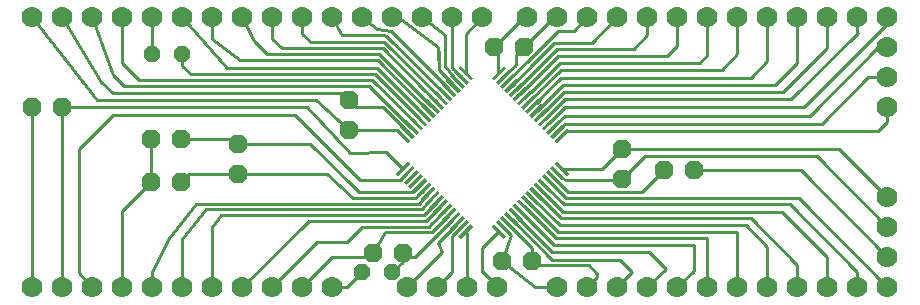
<source format=gbr>
G04 EAGLE Gerber RS-274X export*
G75*
%MOMM*%
%FSLAX34Y34*%
%LPD*%
%INTop Copper*%
%IPPOS*%
%AMOC8*
5,1,8,0,0,1.08239X$1,22.5*%
G01*
%ADD10P,1.732040X8X292.500000*%
%ADD11P,1.732040X8X22.500000*%
%ADD12P,1.732040X8X202.500000*%
%ADD13R,1.475000X0.300000*%
%ADD14C,1.778000*%
%ADD15P,1.429621X8X202.500000*%
%ADD16P,1.429621X8X22.500000*%
%ADD17P,1.732040X8X112.500000*%
%ADD18C,0.152400*%
%ADD19C,0.254000*%


D10*
X287700Y177800D03*
X287700Y152400D03*
D11*
X120300Y108900D03*
X145700Y108900D03*
D10*
X518800Y136700D03*
X518800Y111300D03*
D11*
X410400Y222900D03*
X435800Y222900D03*
D12*
X442700Y42100D03*
X417300Y42100D03*
D11*
X19700Y172100D03*
X45100Y172100D03*
X554700Y118600D03*
X580100Y118600D03*
X307880Y49000D03*
X333280Y49000D03*
X120300Y145000D03*
X145700Y145000D03*
D13*
G36*
X339885Y124097D02*
X329456Y113668D01*
X327335Y115789D01*
X337764Y126218D01*
X339885Y124097D01*
G37*
G36*
X343420Y120561D02*
X332991Y110132D01*
X330870Y112253D01*
X341299Y122682D01*
X343420Y120561D01*
G37*
G36*
X346956Y117026D02*
X336527Y106597D01*
X334406Y108718D01*
X344835Y119147D01*
X346956Y117026D01*
G37*
G36*
X350491Y113490D02*
X340062Y103061D01*
X337941Y105182D01*
X348370Y115611D01*
X350491Y113490D01*
G37*
G36*
X354027Y109955D02*
X343598Y99526D01*
X341477Y101647D01*
X351906Y112076D01*
X354027Y109955D01*
G37*
G36*
X357562Y106419D02*
X347133Y95990D01*
X345012Y98111D01*
X355441Y108540D01*
X357562Y106419D01*
G37*
G36*
X361098Y102884D02*
X350669Y92455D01*
X348548Y94576D01*
X358977Y105005D01*
X361098Y102884D01*
G37*
G36*
X364633Y99348D02*
X354204Y88919D01*
X352083Y91040D01*
X362512Y101469D01*
X364633Y99348D01*
G37*
G36*
X368169Y95812D02*
X357740Y85383D01*
X355619Y87504D01*
X366048Y97933D01*
X368169Y95812D01*
G37*
G36*
X371705Y92277D02*
X361276Y81848D01*
X359155Y83969D01*
X369584Y94398D01*
X371705Y92277D01*
G37*
G36*
X375240Y88741D02*
X364811Y78312D01*
X362690Y80433D01*
X373119Y90862D01*
X375240Y88741D01*
G37*
G36*
X378776Y85206D02*
X368347Y74777D01*
X366226Y76898D01*
X376655Y87327D01*
X378776Y85206D01*
G37*
G36*
X382311Y81670D02*
X371882Y71241D01*
X369761Y73362D01*
X380190Y83791D01*
X382311Y81670D01*
G37*
G36*
X385847Y78135D02*
X375418Y67706D01*
X373297Y69827D01*
X383726Y80256D01*
X385847Y78135D01*
G37*
G36*
X389382Y74599D02*
X378953Y64170D01*
X376832Y66291D01*
X387261Y76720D01*
X389382Y74599D01*
G37*
G36*
X392918Y71064D02*
X382489Y60635D01*
X380368Y62756D01*
X390797Y73185D01*
X392918Y71064D01*
G37*
G36*
X410603Y73185D02*
X421032Y62756D01*
X418911Y60635D01*
X408482Y71064D01*
X410603Y73185D01*
G37*
G36*
X414139Y76720D02*
X424568Y66291D01*
X422447Y64170D01*
X412018Y74599D01*
X414139Y76720D01*
G37*
G36*
X417674Y80256D02*
X428103Y69827D01*
X425982Y67706D01*
X415553Y78135D01*
X417674Y80256D01*
G37*
G36*
X421210Y83791D02*
X431639Y73362D01*
X429518Y71241D01*
X419089Y81670D01*
X421210Y83791D01*
G37*
G36*
X424745Y87327D02*
X435174Y76898D01*
X433053Y74777D01*
X422624Y85206D01*
X424745Y87327D01*
G37*
G36*
X428281Y90862D02*
X438710Y80433D01*
X436589Y78312D01*
X426160Y88741D01*
X428281Y90862D01*
G37*
G36*
X431816Y94398D02*
X442245Y83969D01*
X440124Y81848D01*
X429695Y92277D01*
X431816Y94398D01*
G37*
G36*
X435352Y97933D02*
X445781Y87504D01*
X443660Y85383D01*
X433231Y95812D01*
X435352Y97933D01*
G37*
G36*
X438888Y101469D02*
X449317Y91040D01*
X447196Y88919D01*
X436767Y99348D01*
X438888Y101469D01*
G37*
G36*
X442423Y105005D02*
X452852Y94576D01*
X450731Y92455D01*
X440302Y102884D01*
X442423Y105005D01*
G37*
G36*
X445959Y108540D02*
X456388Y98111D01*
X454267Y95990D01*
X443838Y106419D01*
X445959Y108540D01*
G37*
G36*
X449494Y112076D02*
X459923Y101647D01*
X457802Y99526D01*
X447373Y109955D01*
X449494Y112076D01*
G37*
G36*
X453030Y115611D02*
X463459Y105182D01*
X461338Y103061D01*
X450909Y113490D01*
X453030Y115611D01*
G37*
G36*
X456565Y119147D02*
X466994Y108718D01*
X464873Y106597D01*
X454444Y117026D01*
X456565Y119147D01*
G37*
G36*
X460101Y122682D02*
X470530Y112253D01*
X468409Y110132D01*
X457980Y120561D01*
X460101Y122682D01*
G37*
G36*
X463636Y126218D02*
X474065Y115789D01*
X471944Y113668D01*
X461515Y124097D01*
X463636Y126218D01*
G37*
G36*
X474065Y152211D02*
X463636Y141782D01*
X461515Y143903D01*
X471944Y154332D01*
X474065Y152211D01*
G37*
G36*
X470530Y155747D02*
X460101Y145318D01*
X457980Y147439D01*
X468409Y157868D01*
X470530Y155747D01*
G37*
G36*
X466994Y159282D02*
X456565Y148853D01*
X454444Y150974D01*
X464873Y161403D01*
X466994Y159282D01*
G37*
G36*
X463459Y162818D02*
X453030Y152389D01*
X450909Y154510D01*
X461338Y164939D01*
X463459Y162818D01*
G37*
G36*
X459923Y166353D02*
X449494Y155924D01*
X447373Y158045D01*
X457802Y168474D01*
X459923Y166353D01*
G37*
G36*
X456388Y169889D02*
X445959Y159460D01*
X443838Y161581D01*
X454267Y172010D01*
X456388Y169889D01*
G37*
G36*
X452852Y173424D02*
X442423Y162995D01*
X440302Y165116D01*
X450731Y175545D01*
X452852Y173424D01*
G37*
G36*
X449317Y176960D02*
X438888Y166531D01*
X436767Y168652D01*
X447196Y179081D01*
X449317Y176960D01*
G37*
G36*
X445781Y180496D02*
X435352Y170067D01*
X433231Y172188D01*
X443660Y182617D01*
X445781Y180496D01*
G37*
G36*
X442245Y184031D02*
X431816Y173602D01*
X429695Y175723D01*
X440124Y186152D01*
X442245Y184031D01*
G37*
G36*
X438710Y187567D02*
X428281Y177138D01*
X426160Y179259D01*
X436589Y189688D01*
X438710Y187567D01*
G37*
G36*
X435174Y191102D02*
X424745Y180673D01*
X422624Y182794D01*
X433053Y193223D01*
X435174Y191102D01*
G37*
G36*
X431639Y194638D02*
X421210Y184209D01*
X419089Y186330D01*
X429518Y196759D01*
X431639Y194638D01*
G37*
G36*
X428103Y198173D02*
X417674Y187744D01*
X415553Y189865D01*
X425982Y200294D01*
X428103Y198173D01*
G37*
G36*
X424568Y201709D02*
X414139Y191280D01*
X412018Y193401D01*
X422447Y203830D01*
X424568Y201709D01*
G37*
G36*
X421032Y205244D02*
X410603Y194815D01*
X408482Y196936D01*
X418911Y207365D01*
X421032Y205244D01*
G37*
G36*
X382489Y207365D02*
X392918Y196936D01*
X390797Y194815D01*
X380368Y205244D01*
X382489Y207365D01*
G37*
G36*
X378953Y203830D02*
X389382Y193401D01*
X387261Y191280D01*
X376832Y201709D01*
X378953Y203830D01*
G37*
G36*
X375418Y200294D02*
X385847Y189865D01*
X383726Y187744D01*
X373297Y198173D01*
X375418Y200294D01*
G37*
G36*
X371882Y196759D02*
X382311Y186330D01*
X380190Y184209D01*
X369761Y194638D01*
X371882Y196759D01*
G37*
G36*
X368347Y193223D02*
X378776Y182794D01*
X376655Y180673D01*
X366226Y191102D01*
X368347Y193223D01*
G37*
G36*
X364811Y189688D02*
X375240Y179259D01*
X373119Y177138D01*
X362690Y187567D01*
X364811Y189688D01*
G37*
G36*
X361276Y186152D02*
X371705Y175723D01*
X369584Y173602D01*
X359155Y184031D01*
X361276Y186152D01*
G37*
G36*
X357740Y182617D02*
X368169Y172188D01*
X366048Y170067D01*
X355619Y180496D01*
X357740Y182617D01*
G37*
G36*
X354204Y179081D02*
X364633Y168652D01*
X362512Y166531D01*
X352083Y176960D01*
X354204Y179081D01*
G37*
G36*
X350669Y175545D02*
X361098Y165116D01*
X358977Y162995D01*
X348548Y173424D01*
X350669Y175545D01*
G37*
G36*
X347133Y172010D02*
X357562Y161581D01*
X355441Y159460D01*
X345012Y169889D01*
X347133Y172010D01*
G37*
G36*
X343598Y168474D02*
X354027Y158045D01*
X351906Y155924D01*
X341477Y166353D01*
X343598Y168474D01*
G37*
G36*
X340062Y164939D02*
X350491Y154510D01*
X348370Y152389D01*
X337941Y162818D01*
X340062Y164939D01*
G37*
G36*
X336527Y161403D02*
X346956Y150974D01*
X344835Y148853D01*
X334406Y159282D01*
X336527Y161403D01*
G37*
G36*
X332991Y157868D02*
X343420Y147439D01*
X341299Y145318D01*
X330870Y155747D01*
X332991Y157868D01*
G37*
G36*
X329456Y154332D02*
X339885Y143903D01*
X337764Y141782D01*
X327335Y152211D01*
X329456Y154332D01*
G37*
D14*
X718200Y248300D03*
X743600Y248300D03*
X591200Y19700D03*
X616600Y19700D03*
X743600Y197500D03*
X743600Y19700D03*
X692800Y248300D03*
X718200Y19700D03*
X692800Y19700D03*
X743600Y172100D03*
X540400Y19700D03*
X667400Y248300D03*
X463500Y19700D03*
X515000Y19700D03*
X667400Y19700D03*
X642000Y19700D03*
X413100Y19700D03*
X515000Y248300D03*
X70500Y19700D03*
X172100Y19700D03*
X616600Y248300D03*
X146700Y19700D03*
X197500Y19700D03*
X642000Y248300D03*
X591200Y248300D03*
X540400Y248300D03*
X565800Y248300D03*
X337200Y19700D03*
X362600Y19700D03*
X388000Y19700D03*
X349900Y248300D03*
X273700Y248300D03*
X299100Y248300D03*
X222900Y19700D03*
X222900Y248300D03*
X197500Y248300D03*
X172100Y248300D03*
X146700Y248300D03*
X248300Y248300D03*
X375300Y248300D03*
X95900Y248300D03*
X70500Y248300D03*
X489600Y19700D03*
X743600Y45100D03*
X324500Y248300D03*
X743600Y70500D03*
X743600Y95900D03*
X464200Y248300D03*
X438800Y248300D03*
X489600Y248300D03*
X400700Y248300D03*
X121300Y248300D03*
X45100Y248300D03*
X19700Y248300D03*
X19700Y19700D03*
X743600Y222900D03*
X273700Y19700D03*
X248300Y19700D03*
X121300Y19700D03*
X95900Y19700D03*
X45100Y19700D03*
X565800Y19700D03*
D15*
X146700Y216900D03*
X121300Y216900D03*
D16*
X299100Y32400D03*
X324500Y32400D03*
D17*
X193800Y115300D03*
X193800Y140700D03*
D18*
X346852Y162448D02*
X347752Y162199D01*
D19*
X146700Y207000D02*
X146700Y216900D01*
X309951Y200000D02*
X347752Y162199D01*
X309951Y200000D02*
X153000Y200000D01*
X153000Y200700D02*
X146700Y207000D01*
X153000Y200700D02*
X153000Y200000D01*
D18*
X413908Y202072D02*
X414757Y201090D01*
D19*
X435800Y248300D02*
X438800Y248300D01*
X435800Y248300D02*
X410400Y222900D01*
X413908Y219392D01*
X413908Y202072D01*
X375808Y77104D02*
X343666Y44962D01*
D18*
X375808Y77104D02*
X376036Y77516D01*
D19*
X343666Y44962D02*
X337318Y44962D01*
X333280Y49000D01*
X333280Y41180D01*
X324500Y32400D01*
D18*
X146208Y109916D02*
X145700Y108900D01*
D19*
X193800Y115300D02*
X269106Y115300D01*
X193800Y115300D02*
X152100Y115300D01*
X145700Y108900D01*
X269106Y115300D02*
X290893Y95000D01*
X349560Y100077D02*
X351287Y102265D01*
X349560Y100077D02*
X343566Y95000D01*
X290893Y95000D01*
X386476Y202072D02*
X386476Y234076D01*
X400700Y248300D01*
D18*
X386476Y202072D02*
X386643Y201090D01*
D19*
X421828Y194019D02*
X439914Y212105D01*
X440271Y212105D01*
X446595Y218429D01*
X446595Y218786D01*
X464425Y236616D01*
X477916Y236616D01*
X489600Y248300D01*
X616600Y66500D02*
X616600Y19700D01*
X616600Y66500D02*
X464664Y66500D01*
X439506Y91658D01*
X642000Y53736D02*
X642000Y19700D01*
X642000Y53736D02*
X623664Y72072D01*
X466420Y72072D02*
X443042Y95194D01*
X466420Y72072D02*
X623664Y72072D01*
X667400Y38496D02*
X667400Y19700D01*
X667400Y38496D02*
X627760Y78136D01*
X467171Y78136D02*
X446577Y98730D01*
X467171Y78136D02*
X627760Y78136D01*
D18*
X450484Y101488D02*
X450113Y102265D01*
D19*
X469178Y83200D01*
X654700Y83200D01*
X692800Y45100D01*
X692800Y19700D01*
D18*
X455056Y104536D02*
X453648Y105801D01*
D19*
X718200Y32400D02*
X718200Y19700D01*
X469613Y89836D02*
X453648Y105801D01*
X469613Y89836D02*
X660764Y89836D01*
X718200Y32400D01*
D18*
X458104Y109108D02*
X457184Y109336D01*
D19*
X471620Y94900D01*
X668400Y94900D01*
X743600Y19700D01*
D18*
X436768Y87772D02*
X435970Y88123D01*
D19*
X462657Y61436D01*
X591200Y61436D01*
X591200Y19700D01*
D18*
X433720Y83200D02*
X432435Y84587D01*
D19*
X579516Y55372D02*
X579516Y33416D01*
X565800Y19700D01*
X579516Y55372D02*
X461548Y55372D01*
X433720Y83200D01*
D18*
X428899Y81052D02*
X429148Y80152D01*
D19*
X540400Y19700D02*
X555894Y35194D01*
X541780Y49308D01*
X459992Y49308D01*
X429148Y80152D01*
X413100Y20508D02*
X413100Y19700D01*
D18*
X413908Y66436D02*
X414757Y66910D01*
D19*
X400700Y52852D01*
X400700Y32400D01*
X401208Y32400D01*
X413100Y20508D01*
X473137Y151732D02*
X735932Y151732D01*
D18*
X473137Y151732D02*
X467790Y148057D01*
D19*
X735932Y151732D02*
X743600Y159400D01*
X743600Y172100D01*
D18*
X465903Y153241D02*
X464255Y151593D01*
X465903Y153241D02*
X465881Y153418D01*
X742858Y197500D02*
X743600Y197500D01*
D19*
X470762Y158100D02*
X464255Y151593D01*
X470762Y158100D02*
X687800Y158100D01*
X727200Y197500D02*
X742858Y197500D01*
X727200Y197500D02*
X687800Y158100D01*
D18*
X461660Y156352D02*
X460719Y155128D01*
D19*
X470391Y164800D01*
X677800Y164800D01*
X735900Y222900D01*
X743600Y222900D01*
D18*
X458104Y159400D02*
X457184Y158664D01*
D19*
X470512Y171992D01*
X673292Y171992D01*
X743600Y242300D01*
X743600Y248300D01*
D18*
X718200Y241300D02*
X718200Y235092D01*
X455056Y162448D02*
X453648Y162199D01*
D19*
X717800Y235200D02*
X718200Y235600D01*
X718200Y241300D01*
X718200Y248300D01*
X718447Y235200D02*
X717800Y235200D01*
X470505Y179056D02*
X453648Y162199D01*
X470505Y179056D02*
X662303Y179056D01*
X718447Y235200D01*
D18*
X388000Y65552D02*
X386643Y66910D01*
D19*
X388000Y65552D02*
X388000Y19700D01*
X375300Y62880D02*
X381904Y69484D01*
X375300Y62880D02*
X375300Y32400D01*
X362600Y19700D01*
D18*
X381904Y69484D02*
X383107Y70445D01*
D19*
X379159Y73597D02*
X362944Y57112D01*
D18*
X379572Y73670D02*
X379572Y73981D01*
X379572Y73670D02*
X379159Y73597D01*
D19*
X366833Y49333D02*
X337200Y19700D01*
X366833Y49333D02*
X362944Y57112D01*
X357597Y73219D02*
X368965Y84587D01*
X357597Y73219D02*
X355129Y70516D01*
X299096Y70516D01*
X286131Y57800D01*
X261000Y57800D01*
X222900Y19700D01*
D18*
X365430Y88123D02*
X366664Y89296D01*
D19*
X365430Y88123D02*
X353307Y76000D01*
X253800Y76000D02*
X197500Y19700D01*
X253800Y76000D02*
X353307Y76000D01*
D18*
X360568Y90820D02*
X361894Y91658D01*
D19*
X351314Y81079D01*
X350615Y80500D01*
X179770Y80500D01*
X172100Y70500D02*
X172100Y19700D01*
X172100Y70500D02*
X179770Y80500D01*
X146700Y60713D02*
X146700Y19700D01*
X146700Y60713D02*
X166822Y86000D01*
X349164Y86000D01*
X358358Y95194D01*
X336184Y115204D02*
X331612Y110632D01*
X297068Y110632D01*
X242204Y165496D01*
X88000Y165496D01*
D18*
X336184Y115204D02*
X337145Y116407D01*
D19*
X70500Y19700D02*
X58816Y31384D01*
X58816Y136312D02*
X88000Y165496D01*
X58816Y136312D02*
X58816Y31384D01*
D18*
X450113Y165735D02*
X450484Y167020D01*
D19*
X450113Y165735D02*
X469498Y185120D01*
X655386Y185120D01*
X692800Y222534D01*
X692800Y248300D01*
D18*
X447436Y170068D02*
X446577Y169270D01*
D19*
X667400Y209882D02*
X667400Y248300D01*
X451583Y174276D02*
X446577Y169270D01*
X451583Y174276D02*
X452301Y174276D01*
X469209Y191184D01*
X648702Y191184D01*
X667400Y209882D01*
D18*
X446786Y175514D02*
X444388Y173116D01*
X443042Y172806D01*
D19*
X642000Y211229D02*
X642000Y248300D01*
X449574Y178340D02*
X448117Y176883D01*
X446767Y175533D01*
X443042Y172806D02*
X467484Y197248D01*
X628019Y197248D01*
X642000Y211229D01*
D18*
X448117Y176883D02*
X447500Y177500D01*
X443042Y172806D01*
X616364Y248064D02*
X616600Y248300D01*
D19*
X466962Y203798D02*
X439506Y176342D01*
X616600Y217000D02*
X616600Y248300D01*
X616600Y217000D02*
X603398Y203798D01*
X466962Y203798D01*
X591200Y215900D02*
X591200Y248300D01*
X441694Y184883D02*
X440976Y184883D01*
X435970Y179877D01*
X584676Y209376D02*
X591200Y215900D01*
X466188Y209376D02*
X441694Y184883D01*
X466188Y209376D02*
X584676Y209376D01*
D18*
X432435Y183413D02*
X432196Y182260D01*
D19*
X464462Y215440D02*
X556000Y215440D01*
X464462Y215440D02*
X432435Y183413D01*
D18*
X557000Y215440D02*
X558000Y215440D01*
X557000Y215440D02*
X556000Y215440D01*
D19*
X557000Y215440D02*
X565800Y224240D01*
X565800Y248300D01*
X433905Y191954D02*
X428899Y186948D01*
X433905Y191954D02*
X434623Y191954D01*
X428899Y186948D02*
X463455Y221504D01*
X540400Y233000D02*
X540400Y248300D01*
X540400Y233000D02*
X528904Y221504D01*
X463455Y221504D01*
X493268Y226568D02*
X515000Y248300D01*
X443440Y208560D02*
X425364Y190484D01*
X443440Y208560D02*
X461448Y226568D01*
X493268Y226568D01*
X311622Y205400D02*
X184499Y205400D01*
X146700Y248300D01*
D18*
X349900Y167020D02*
X351287Y165735D01*
D19*
X311622Y205400D01*
D18*
X354472Y170068D02*
X354823Y169270D01*
D19*
X195131Y212000D02*
X172100Y230258D01*
X172100Y248300D01*
X312093Y212000D02*
X354823Y169270D01*
X312093Y212000D02*
X195131Y212000D01*
D18*
X357520Y173116D02*
X358358Y172806D01*
D19*
X207720Y227860D02*
X197500Y248300D01*
X313236Y217400D02*
X357520Y173116D01*
X218180Y217400D02*
X207720Y227860D01*
X218180Y217400D02*
X313236Y217400D01*
D18*
X360568Y177688D02*
X361894Y176342D01*
D19*
X222900Y230000D02*
X222900Y248300D01*
X361100Y177340D02*
X361894Y176342D01*
X361100Y177340D02*
X351586Y186543D01*
X351586Y186567D01*
X316154Y221999D01*
X230901Y221999D02*
X222900Y230000D01*
X230901Y221999D02*
X316154Y221999D01*
X248300Y234000D02*
X248300Y248300D01*
D18*
X365140Y180736D02*
X365430Y179877D01*
D19*
X365430Y179903D01*
X317080Y227000D01*
X255300Y227000D02*
X248300Y234000D01*
X255300Y227000D02*
X317080Y227000D01*
D18*
X368188Y183784D02*
X368965Y183413D01*
D19*
X281320Y234000D02*
X273700Y248300D01*
X319000Y232816D02*
X368965Y183413D01*
X317828Y233000D02*
X317516Y233010D01*
X311507Y233200D01*
X318314Y232816D02*
X319000Y232816D01*
X311507Y233200D02*
X282120Y233200D01*
X281320Y234000D01*
D18*
X317500Y232500D02*
X318314Y232816D01*
X317516Y233010D02*
X317500Y232500D01*
X371236Y188356D02*
X372501Y186948D01*
D19*
X372501Y187399D01*
X323371Y236529D02*
X311800Y238000D01*
X299100Y248300D01*
X323371Y236529D02*
X372501Y187399D01*
X375808Y191404D02*
X363616Y203596D01*
X363616Y211883D02*
X363616Y219344D01*
X363616Y211883D02*
X363616Y203596D01*
D18*
X375808Y191404D02*
X376036Y190484D01*
D19*
X363108Y223019D02*
X328956Y248300D01*
X324500Y248300D01*
X363108Y212391D02*
X363616Y211883D01*
X363108Y212391D02*
X363108Y223019D01*
X369000Y206644D02*
X378856Y194452D01*
D18*
X379572Y194019D01*
D19*
X369000Y206644D02*
X369000Y233307D01*
X349900Y248300D01*
X375300Y248300D02*
X375300Y205362D01*
X383107Y197555D01*
D18*
X343804Y159400D02*
X344216Y158664D01*
D19*
X307380Y195500D01*
X110000Y195500D01*
X95900Y209600D01*
X95900Y248300D01*
X70500Y248300D02*
X87989Y199637D01*
X339682Y155128D02*
X340681Y155128D01*
X339682Y155128D02*
X304811Y190000D01*
X97626Y190000D02*
X87989Y199637D01*
X97626Y190000D02*
X304811Y190000D01*
D18*
X425364Y77516D02*
X426100Y77104D01*
D19*
X515000Y19700D02*
X527700Y32400D01*
X527269Y32400D02*
X516888Y43000D01*
X527269Y32400D02*
X527700Y32400D01*
X459880Y43000D02*
X425364Y77516D01*
X459880Y43000D02*
X516888Y43000D01*
D18*
X347752Y105801D02*
X346852Y104536D01*
X146208Y146016D02*
X145700Y145000D01*
D19*
X189500Y145000D02*
X193800Y140700D01*
X189500Y145000D02*
X145700Y145000D01*
X254713Y140700D02*
X289964Y105935D01*
X254713Y140700D02*
X193800Y140700D01*
X341951Y100000D02*
X347752Y105801D01*
X341951Y100000D02*
X295899Y100000D01*
X289964Y105935D01*
X670100Y118600D02*
X743600Y45100D01*
X670100Y118600D02*
X580100Y118600D01*
X121300Y216900D02*
X121300Y248300D01*
D18*
X298084Y32400D02*
X299100Y32400D01*
D19*
X286400Y19700D01*
X273700Y19700D01*
X120300Y108900D02*
X120300Y145000D01*
X120300Y108900D02*
X95900Y84500D01*
X95900Y19700D01*
X418519Y70445D02*
X424899Y64065D01*
X418519Y70445D02*
X418293Y70445D01*
X424899Y64065D02*
X417300Y42100D01*
X444815Y19700D02*
X463500Y19700D01*
X444815Y19700D02*
X417300Y42100D01*
D18*
X423052Y72532D02*
X421828Y73981D01*
D19*
X442700Y53109D01*
X442700Y42100D01*
X490700Y38100D02*
X498100Y30700D01*
X490700Y38100D02*
X446700Y38100D01*
X442700Y42100D01*
X498100Y30700D02*
X498100Y28200D01*
X489600Y19700D01*
X418293Y197555D02*
X428800Y208062D01*
X428800Y215900D02*
X435800Y222900D01*
X428800Y215900D02*
X428800Y208062D01*
X461200Y248300D02*
X464200Y248300D01*
X461200Y248300D02*
X435800Y222900D01*
X461152Y112156D02*
X473344Y99964D01*
D18*
X461152Y112156D02*
X460719Y112872D01*
D19*
X536064Y99964D02*
X554700Y118600D01*
X536064Y99964D02*
X473344Y99964D01*
X19700Y172100D02*
X19700Y19700D01*
X135591Y60982D02*
X158132Y90500D01*
D18*
X354472Y98440D02*
X354823Y98730D01*
D19*
X135591Y60982D02*
X121300Y32400D01*
X121300Y19700D01*
X346593Y90500D02*
X354823Y98730D01*
X346593Y90500D02*
X158132Y90500D01*
D18*
X333136Y147208D02*
X333610Y148057D01*
X287700Y152400D02*
X287700Y152908D01*
D19*
X287700Y152400D02*
X260051Y178500D01*
X74509Y178500D01*
X19700Y248300D01*
X329363Y152304D02*
X333610Y148057D01*
X329363Y152304D02*
X328855Y152400D01*
X287700Y152400D01*
D18*
X336184Y151780D02*
X337145Y151593D01*
X287700Y177292D02*
X287700Y177800D01*
X287700Y178816D01*
D19*
X287700Y177800D02*
X281700Y183800D01*
X293400Y172100D02*
X316638Y172100D01*
X293400Y172100D02*
X287700Y177800D01*
X316638Y172100D02*
X337145Y151593D01*
X78029Y193418D02*
X45100Y248300D01*
X78029Y193418D02*
X87647Y183800D01*
X281700Y183800D01*
D18*
X465724Y115204D02*
X470296Y110632D01*
X465724Y115204D02*
X464255Y116407D01*
D19*
X537992Y130492D02*
X683608Y130492D01*
X743600Y70500D01*
D18*
X519308Y111300D02*
X518800Y111300D01*
D19*
X537992Y130492D01*
X518800Y111300D02*
X518132Y110632D01*
X470296Y110632D01*
X468772Y119776D02*
X501876Y119776D01*
X518800Y136700D01*
D18*
X468772Y119776D02*
X467790Y119943D01*
D19*
X702800Y136700D02*
X743600Y95900D01*
X702800Y136700D02*
X518800Y136700D01*
D18*
X333610Y119943D02*
X333136Y121300D01*
D19*
X333610Y119943D02*
X319126Y134427D01*
X59001Y172093D02*
X45100Y172100D01*
X59001Y172093D02*
X251920Y171997D01*
X288900Y133000D01*
X319126Y134427D01*
X45100Y172100D02*
X45100Y19700D01*
D18*
X371236Y80152D02*
X372501Y81052D01*
X248808Y20716D02*
X248300Y19700D01*
D19*
X273700Y45100D01*
X306750Y45100D01*
X307880Y49000D01*
D18*
X372174Y81052D02*
X372501Y81052D01*
D19*
X317881Y66380D02*
X307880Y49000D01*
X317881Y66380D02*
X358233Y66380D01*
X371730Y79876D01*
X371730Y80281D01*
X372501Y81052D01*
M02*

</source>
